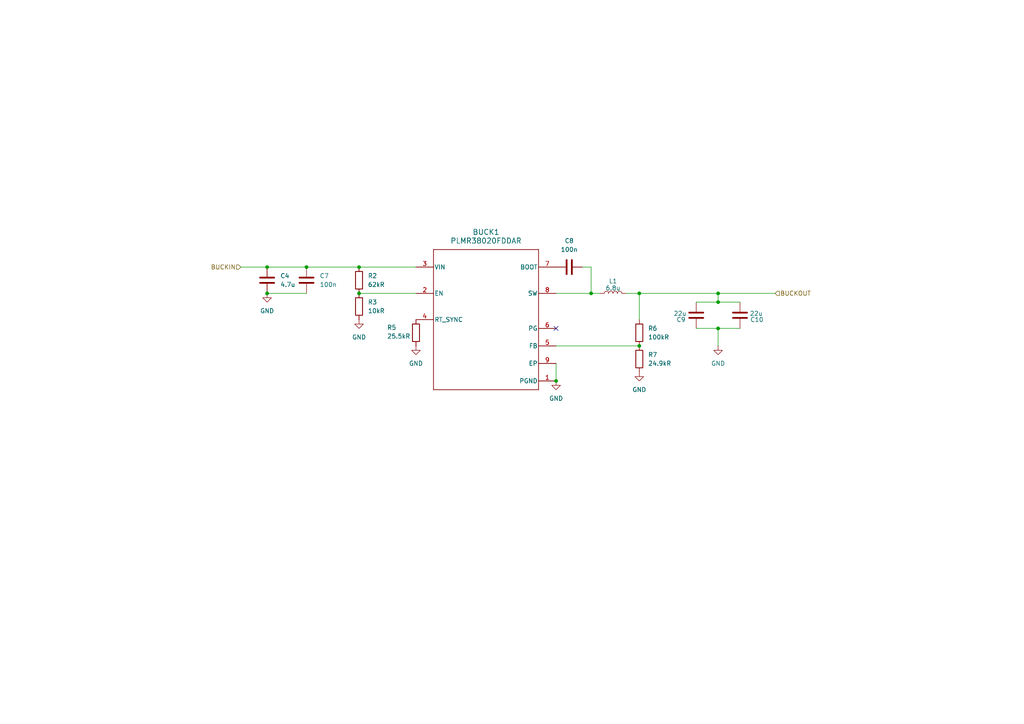
<source format=kicad_sch>
(kicad_sch
	(version 20231120)
	(generator "eeschema")
	(generator_version "8.0")
	(uuid "f42cae02-cbdc-43b6-884f-a365e09c33ae")
	(paper "A4")
	(lib_symbols
		(symbol "Device:C"
			(pin_numbers hide)
			(pin_names
				(offset 0.254)
			)
			(exclude_from_sim no)
			(in_bom yes)
			(on_board yes)
			(property "Reference" "C"
				(at 0.635 2.54 0)
				(effects
					(font
						(size 1.27 1.27)
					)
					(justify left)
				)
			)
			(property "Value" "C"
				(at 0.635 -2.54 0)
				(effects
					(font
						(size 1.27 1.27)
					)
					(justify left)
				)
			)
			(property "Footprint" ""
				(at 0.9652 -3.81 0)
				(effects
					(font
						(size 1.27 1.27)
					)
					(hide yes)
				)
			)
			(property "Datasheet" "~"
				(at 0 0 0)
				(effects
					(font
						(size 1.27 1.27)
					)
					(hide yes)
				)
			)
			(property "Description" "Unpolarized capacitor"
				(at 0 0 0)
				(effects
					(font
						(size 1.27 1.27)
					)
					(hide yes)
				)
			)
			(property "ki_keywords" "cap capacitor"
				(at 0 0 0)
				(effects
					(font
						(size 1.27 1.27)
					)
					(hide yes)
				)
			)
			(property "ki_fp_filters" "C_*"
				(at 0 0 0)
				(effects
					(font
						(size 1.27 1.27)
					)
					(hide yes)
				)
			)
			(symbol "C_0_1"
				(polyline
					(pts
						(xy -2.032 -0.762) (xy 2.032 -0.762)
					)
					(stroke
						(width 0.508)
						(type default)
					)
					(fill
						(type none)
					)
				)
				(polyline
					(pts
						(xy -2.032 0.762) (xy 2.032 0.762)
					)
					(stroke
						(width 0.508)
						(type default)
					)
					(fill
						(type none)
					)
				)
			)
			(symbol "C_1_1"
				(pin passive line
					(at 0 3.81 270)
					(length 2.794)
					(name "~"
						(effects
							(font
								(size 1.27 1.27)
							)
						)
					)
					(number "1"
						(effects
							(font
								(size 1.27 1.27)
							)
						)
					)
				)
				(pin passive line
					(at 0 -3.81 90)
					(length 2.794)
					(name "~"
						(effects
							(font
								(size 1.27 1.27)
							)
						)
					)
					(number "2"
						(effects
							(font
								(size 1.27 1.27)
							)
						)
					)
				)
			)
		)
		(symbol "Device:L"
			(pin_numbers hide)
			(pin_names
				(offset 1.016) hide)
			(exclude_from_sim no)
			(in_bom yes)
			(on_board yes)
			(property "Reference" "L"
				(at -1.27 0 90)
				(effects
					(font
						(size 1.27 1.27)
					)
				)
			)
			(property "Value" "L"
				(at 1.905 0 90)
				(effects
					(font
						(size 1.27 1.27)
					)
				)
			)
			(property "Footprint" ""
				(at 0 0 0)
				(effects
					(font
						(size 1.27 1.27)
					)
					(hide yes)
				)
			)
			(property "Datasheet" "~"
				(at 0 0 0)
				(effects
					(font
						(size 1.27 1.27)
					)
					(hide yes)
				)
			)
			(property "Description" "Inductor"
				(at 0 0 0)
				(effects
					(font
						(size 1.27 1.27)
					)
					(hide yes)
				)
			)
			(property "ki_keywords" "inductor choke coil reactor magnetic"
				(at 0 0 0)
				(effects
					(font
						(size 1.27 1.27)
					)
					(hide yes)
				)
			)
			(property "ki_fp_filters" "Choke_* *Coil* Inductor_* L_*"
				(at 0 0 0)
				(effects
					(font
						(size 1.27 1.27)
					)
					(hide yes)
				)
			)
			(symbol "L_0_1"
				(arc
					(start 0 -2.54)
					(mid 0.6323 -1.905)
					(end 0 -1.27)
					(stroke
						(width 0)
						(type default)
					)
					(fill
						(type none)
					)
				)
				(arc
					(start 0 -1.27)
					(mid 0.6323 -0.635)
					(end 0 0)
					(stroke
						(width 0)
						(type default)
					)
					(fill
						(type none)
					)
				)
				(arc
					(start 0 0)
					(mid 0.6323 0.635)
					(end 0 1.27)
					(stroke
						(width 0)
						(type default)
					)
					(fill
						(type none)
					)
				)
				(arc
					(start 0 1.27)
					(mid 0.6323 1.905)
					(end 0 2.54)
					(stroke
						(width 0)
						(type default)
					)
					(fill
						(type none)
					)
				)
			)
			(symbol "L_1_1"
				(pin passive line
					(at 0 3.81 270)
					(length 1.27)
					(name "1"
						(effects
							(font
								(size 1.27 1.27)
							)
						)
					)
					(number "1"
						(effects
							(font
								(size 1.27 1.27)
							)
						)
					)
				)
				(pin passive line
					(at 0 -3.81 90)
					(length 1.27)
					(name "2"
						(effects
							(font
								(size 1.27 1.27)
							)
						)
					)
					(number "2"
						(effects
							(font
								(size 1.27 1.27)
							)
						)
					)
				)
			)
		)
		(symbol "Device:R"
			(pin_numbers hide)
			(pin_names
				(offset 0)
			)
			(exclude_from_sim no)
			(in_bom yes)
			(on_board yes)
			(property "Reference" "R"
				(at 2.032 0 90)
				(effects
					(font
						(size 1.27 1.27)
					)
				)
			)
			(property "Value" "R"
				(at 0 0 90)
				(effects
					(font
						(size 1.27 1.27)
					)
				)
			)
			(property "Footprint" ""
				(at -1.778 0 90)
				(effects
					(font
						(size 1.27 1.27)
					)
					(hide yes)
				)
			)
			(property "Datasheet" "~"
				(at 0 0 0)
				(effects
					(font
						(size 1.27 1.27)
					)
					(hide yes)
				)
			)
			(property "Description" "Resistor"
				(at 0 0 0)
				(effects
					(font
						(size 1.27 1.27)
					)
					(hide yes)
				)
			)
			(property "ki_keywords" "R res resistor"
				(at 0 0 0)
				(effects
					(font
						(size 1.27 1.27)
					)
					(hide yes)
				)
			)
			(property "ki_fp_filters" "R_*"
				(at 0 0 0)
				(effects
					(font
						(size 1.27 1.27)
					)
					(hide yes)
				)
			)
			(symbol "R_0_1"
				(rectangle
					(start -1.016 -2.54)
					(end 1.016 2.54)
					(stroke
						(width 0.254)
						(type default)
					)
					(fill
						(type none)
					)
				)
			)
			(symbol "R_1_1"
				(pin passive line
					(at 0 3.81 270)
					(length 1.27)
					(name "~"
						(effects
							(font
								(size 1.27 1.27)
							)
						)
					)
					(number "1"
						(effects
							(font
								(size 1.27 1.27)
							)
						)
					)
				)
				(pin passive line
					(at 0 -3.81 90)
					(length 1.27)
					(name "~"
						(effects
							(font
								(size 1.27 1.27)
							)
						)
					)
					(number "2"
						(effects
							(font
								(size 1.27 1.27)
							)
						)
					)
				)
			)
		)
		(symbol "LMR38020:PLMR38020FDDAR"
			(pin_names
				(offset 0.254)
			)
			(exclude_from_sim no)
			(in_bom yes)
			(on_board yes)
			(property "Reference" "U"
				(at 0 2.54 0)
				(effects
					(font
						(size 1.524 1.524)
					)
				)
			)
			(property "Value" "PLMR38020FDDAR"
				(at 0 0 0)
				(effects
					(font
						(size 1.524 1.524)
					)
				)
			)
			(property "Footprint" "LMR38020:LMR38020"
				(at 0 0 0)
				(effects
					(font
						(size 1.27 1.27)
						(italic yes)
					)
					(hide yes)
				)
			)
			(property "Datasheet" "PLMR38020FDDAR"
				(at 0 0 0)
				(effects
					(font
						(size 1.27 1.27)
						(italic yes)
					)
					(hide yes)
				)
			)
			(property "Description" ""
				(at 0 0 0)
				(effects
					(font
						(size 1.27 1.27)
					)
					(hide yes)
				)
			)
			(property "ki_keywords" "PLMR38020FDDAR"
				(at 0 0 0)
				(effects
					(font
						(size 1.27 1.27)
					)
					(hide yes)
				)
			)
			(property "ki_fp_filters" "DDA0008E-IPC_A DDA0008E-IPC_B DDA0008E-IPC_C DDA0008E-MFG"
				(at 0 0 0)
				(effects
					(font
						(size 1.27 1.27)
					)
					(hide yes)
				)
			)
			(symbol "PLMR38020FDDAR_0_1"
				(polyline
					(pts
						(xy 5.08 -35.56) (xy 35.56 -35.56)
					)
					(stroke
						(width 0.2032)
						(type default)
					)
					(fill
						(type none)
					)
				)
				(polyline
					(pts
						(xy 5.08 5.08) (xy 5.08 -35.56)
					)
					(stroke
						(width 0.2032)
						(type default)
					)
					(fill
						(type none)
					)
				)
				(polyline
					(pts
						(xy 35.56 -35.56) (xy 35.56 5.08)
					)
					(stroke
						(width 0.2032)
						(type default)
					)
					(fill
						(type none)
					)
				)
				(polyline
					(pts
						(xy 35.56 5.08) (xy 5.08 5.08)
					)
					(stroke
						(width 0.2032)
						(type default)
					)
					(fill
						(type none)
					)
				)
				(pin power_in line
					(at 40.64 -33.02 180)
					(length 5.08)
					(name "PGND"
						(effects
							(font
								(size 1.27 1.27)
							)
						)
					)
					(number "1"
						(effects
							(font
								(size 1.27 1.27)
							)
						)
					)
				)
				(pin input line
					(at 0 -7.62 0)
					(length 5.08)
					(name "EN"
						(effects
							(font
								(size 1.27 1.27)
							)
						)
					)
					(number "2"
						(effects
							(font
								(size 1.27 1.27)
							)
						)
					)
				)
				(pin power_in line
					(at 0 0 0)
					(length 5.08)
					(name "VIN"
						(effects
							(font
								(size 1.27 1.27)
							)
						)
					)
					(number "3"
						(effects
							(font
								(size 1.27 1.27)
							)
						)
					)
				)
				(pin unspecified line
					(at 0 -15.24 0)
					(length 5.08)
					(name "RT_SYNC"
						(effects
							(font
								(size 1.27 1.27)
							)
						)
					)
					(number "4"
						(effects
							(font
								(size 1.27 1.27)
							)
						)
					)
				)
				(pin unspecified line
					(at 40.64 -22.86 180)
					(length 5.08)
					(name "FB"
						(effects
							(font
								(size 1.27 1.27)
							)
						)
					)
					(number "5"
						(effects
							(font
								(size 1.27 1.27)
							)
						)
					)
				)
				(pin open_collector line
					(at 40.64 -17.78 180)
					(length 5.08)
					(name "PG"
						(effects
							(font
								(size 1.27 1.27)
							)
						)
					)
					(number "6"
						(effects
							(font
								(size 1.27 1.27)
							)
						)
					)
				)
				(pin unspecified line
					(at 40.64 0 180)
					(length 5.08)
					(name "BOOT"
						(effects
							(font
								(size 1.27 1.27)
							)
						)
					)
					(number "7"
						(effects
							(font
								(size 1.27 1.27)
							)
						)
					)
				)
				(pin unspecified line
					(at 40.64 -7.62 180)
					(length 5.08)
					(name "SW"
						(effects
							(font
								(size 1.27 1.27)
							)
						)
					)
					(number "8"
						(effects
							(font
								(size 1.27 1.27)
							)
						)
					)
				)
				(pin unspecified line
					(at 40.64 -27.94 180)
					(length 5.08)
					(name "EP"
						(effects
							(font
								(size 1.27 1.27)
							)
						)
					)
					(number "9"
						(effects
							(font
								(size 1.27 1.27)
							)
						)
					)
				)
			)
		)
		(symbol "power:GND"
			(power)
			(pin_numbers hide)
			(pin_names
				(offset 0) hide)
			(exclude_from_sim no)
			(in_bom yes)
			(on_board yes)
			(property "Reference" "#PWR"
				(at 0 -6.35 0)
				(effects
					(font
						(size 1.27 1.27)
					)
					(hide yes)
				)
			)
			(property "Value" "GND"
				(at 0 -3.81 0)
				(effects
					(font
						(size 1.27 1.27)
					)
				)
			)
			(property "Footprint" ""
				(at 0 0 0)
				(effects
					(font
						(size 1.27 1.27)
					)
					(hide yes)
				)
			)
			(property "Datasheet" ""
				(at 0 0 0)
				(effects
					(font
						(size 1.27 1.27)
					)
					(hide yes)
				)
			)
			(property "Description" "Power symbol creates a global label with name \"GND\" , ground"
				(at 0 0 0)
				(effects
					(font
						(size 1.27 1.27)
					)
					(hide yes)
				)
			)
			(property "ki_keywords" "global power"
				(at 0 0 0)
				(effects
					(font
						(size 1.27 1.27)
					)
					(hide yes)
				)
			)
			(symbol "GND_0_1"
				(polyline
					(pts
						(xy 0 0) (xy 0 -1.27) (xy 1.27 -1.27) (xy 0 -2.54) (xy -1.27 -1.27) (xy 0 -1.27)
					)
					(stroke
						(width 0)
						(type default)
					)
					(fill
						(type none)
					)
				)
			)
			(symbol "GND_1_1"
				(pin power_in line
					(at 0 0 270)
					(length 0)
					(name "~"
						(effects
							(font
								(size 1.27 1.27)
							)
						)
					)
					(number "1"
						(effects
							(font
								(size 1.27 1.27)
							)
						)
					)
				)
			)
		)
	)
	(junction
		(at 171.45 85.09)
		(diameter 0)
		(color 0 0 0 0)
		(uuid "12244384-c80a-44b1-bc1e-edf6827fbef6")
	)
	(junction
		(at 185.42 100.33)
		(diameter 0)
		(color 0 0 0 0)
		(uuid "23037189-bab7-42d5-b70a-9f1fbf3e9908")
	)
	(junction
		(at 208.28 85.09)
		(diameter 0)
		(color 0 0 0 0)
		(uuid "2585c1f6-429a-4b43-8fba-50c8c2350566")
	)
	(junction
		(at 88.9 77.47)
		(diameter 0)
		(color 0 0 0 0)
		(uuid "26cf5d6c-1ee2-426a-b38a-5cc2709a5511")
	)
	(junction
		(at 185.42 85.09)
		(diameter 0)
		(color 0 0 0 0)
		(uuid "8e9cf4ac-306b-4acf-8b37-d8ad8636fccb")
	)
	(junction
		(at 77.47 77.47)
		(diameter 0)
		(color 0 0 0 0)
		(uuid "9e948259-c6d9-4e35-96e9-9168c743b237")
	)
	(junction
		(at 104.14 85.09)
		(diameter 0)
		(color 0 0 0 0)
		(uuid "a04f6711-a432-4150-8c2c-10d491a11d7b")
	)
	(junction
		(at 77.47 85.09)
		(diameter 0)
		(color 0 0 0 0)
		(uuid "a078a2f5-93ba-4229-999f-d795a1c34251")
	)
	(junction
		(at 208.28 87.63)
		(diameter 0)
		(color 0 0 0 0)
		(uuid "bab6ca38-8c1a-43de-a66e-30f3184522e0")
	)
	(junction
		(at 161.29 110.49)
		(diameter 0)
		(color 0 0 0 0)
		(uuid "c7f14969-72f6-4048-801e-df96c3a43bf8")
	)
	(junction
		(at 104.14 77.47)
		(diameter 0)
		(color 0 0 0 0)
		(uuid "cc0e95d0-9118-4648-bcae-7372a974e8e2")
	)
	(junction
		(at 208.28 95.25)
		(diameter 0)
		(color 0 0 0 0)
		(uuid "e18f58be-6269-4541-af74-d49188732381")
	)
	(no_connect
		(at 161.29 95.25)
		(uuid "7e9c3591-0c6b-415e-872d-2fdae0bbefd8")
	)
	(wire
		(pts
			(xy 181.61 85.09) (xy 185.42 85.09)
		)
		(stroke
			(width 0)
			(type default)
		)
		(uuid "0314460b-bbd3-4bf7-8380-ef09a4f8b81e")
	)
	(wire
		(pts
			(xy 161.29 105.41) (xy 161.29 110.49)
		)
		(stroke
			(width 0)
			(type default)
		)
		(uuid "0c9178b5-ca78-4b74-8083-17761e757f41")
	)
	(wire
		(pts
			(xy 208.28 95.25) (xy 208.28 100.33)
		)
		(stroke
			(width 0)
			(type default)
		)
		(uuid "0cf5bcbe-6420-4f50-9bc7-30620475a46a")
	)
	(wire
		(pts
			(xy 104.14 77.47) (xy 120.65 77.47)
		)
		(stroke
			(width 0)
			(type default)
		)
		(uuid "232c9e4d-b4e5-4f20-a475-028c2d3175a8")
	)
	(wire
		(pts
			(xy 185.42 85.09) (xy 185.42 92.71)
		)
		(stroke
			(width 0)
			(type default)
		)
		(uuid "3647759a-76aa-4e53-a49e-018cc2639ee0")
	)
	(wire
		(pts
			(xy 161.29 100.33) (xy 185.42 100.33)
		)
		(stroke
			(width 0)
			(type default)
		)
		(uuid "48d69bbd-25d1-4796-8792-faecfe7ef701")
	)
	(wire
		(pts
			(xy 171.45 85.09) (xy 161.29 85.09)
		)
		(stroke
			(width 0)
			(type default)
		)
		(uuid "4936edd6-e1da-4138-b74c-09c021d264f2")
	)
	(wire
		(pts
			(xy 77.47 85.09) (xy 88.9 85.09)
		)
		(stroke
			(width 0)
			(type default)
		)
		(uuid "6421f9bd-2a38-42ed-b7ab-961d2e2157e5")
	)
	(wire
		(pts
			(xy 208.28 85.09) (xy 224.79 85.09)
		)
		(stroke
			(width 0)
			(type default)
		)
		(uuid "657420af-3ced-4706-8bc2-5017aa58b25d")
	)
	(wire
		(pts
			(xy 104.14 85.09) (xy 120.65 85.09)
		)
		(stroke
			(width 0)
			(type default)
		)
		(uuid "660d1f45-fa73-43c3-9058-ad6c2753facf")
	)
	(wire
		(pts
			(xy 104.14 77.47) (xy 88.9 77.47)
		)
		(stroke
			(width 0)
			(type default)
		)
		(uuid "7a107b1f-36d5-4327-8688-c387ad104a5b")
	)
	(wire
		(pts
			(xy 185.42 85.09) (xy 208.28 85.09)
		)
		(stroke
			(width 0)
			(type default)
		)
		(uuid "82f3b981-bb60-4eb2-b3db-508a74a86798")
	)
	(wire
		(pts
			(xy 69.85 77.47) (xy 77.47 77.47)
		)
		(stroke
			(width 0)
			(type default)
		)
		(uuid "90b40540-af3c-4696-86bb-a5a739374d87")
	)
	(wire
		(pts
			(xy 171.45 77.47) (xy 168.91 77.47)
		)
		(stroke
			(width 0)
			(type default)
		)
		(uuid "9c2d947f-aa95-42d2-9728-35dd93d44e14")
	)
	(wire
		(pts
			(xy 201.93 95.25) (xy 208.28 95.25)
		)
		(stroke
			(width 0)
			(type default)
		)
		(uuid "ced0232d-c476-49b7-9205-998c21aa1e23")
	)
	(wire
		(pts
			(xy 208.28 95.25) (xy 214.63 95.25)
		)
		(stroke
			(width 0)
			(type default)
		)
		(uuid "d48eae75-b9eb-4c0c-a290-11485af68b7c")
	)
	(wire
		(pts
			(xy 173.99 85.09) (xy 171.45 85.09)
		)
		(stroke
			(width 0)
			(type default)
		)
		(uuid "ddee6fd8-c153-40c7-9ae5-b415146e45eb")
	)
	(wire
		(pts
			(xy 208.28 85.09) (xy 208.28 87.63)
		)
		(stroke
			(width 0)
			(type default)
		)
		(uuid "e77d3fb6-6813-4a06-b030-8e948c8e5d93")
	)
	(wire
		(pts
			(xy 171.45 77.47) (xy 171.45 85.09)
		)
		(stroke
			(width 0)
			(type default)
		)
		(uuid "ef23fd3c-cfb1-431a-9327-dca2089a6df0")
	)
	(wire
		(pts
			(xy 77.47 77.47) (xy 88.9 77.47)
		)
		(stroke
			(width 0)
			(type default)
		)
		(uuid "f13dbdbf-652c-4253-958f-a08ec392f90f")
	)
	(wire
		(pts
			(xy 208.28 87.63) (xy 214.63 87.63)
		)
		(stroke
			(width 0)
			(type default)
		)
		(uuid "f93fc233-2c53-4c02-a952-2a65f3015802")
	)
	(wire
		(pts
			(xy 201.93 87.63) (xy 208.28 87.63)
		)
		(stroke
			(width 0)
			(type default)
		)
		(uuid "fe6320f2-a979-4424-943b-7d9c8c7f44e3")
	)
	(hierarchical_label "BUCKIN"
		(shape input)
		(at 69.85 77.47 180)
		(fields_autoplaced yes)
		(effects
			(font
				(size 1.27 1.27)
			)
			(justify right)
		)
		(uuid "7798ac0b-41cc-46d6-a752-dae4ba49ea13")
	)
	(hierarchical_label "BUCKOUT"
		(shape input)
		(at 224.79 85.09 0)
		(fields_autoplaced yes)
		(effects
			(font
				(size 1.27 1.27)
			)
			(justify left)
		)
		(uuid "945f6170-fc31-4b48-829d-6f4f3b895ab8")
	)
	(symbol
		(lib_id "power:GND")
		(at 208.28 100.33 0)
		(unit 1)
		(exclude_from_sim no)
		(in_bom yes)
		(on_board yes)
		(dnp no)
		(fields_autoplaced yes)
		(uuid "190b6ad0-591f-47be-9b80-a17057fcd3b3")
		(property "Reference" "#PWR046"
			(at 208.28 106.68 0)
			(effects
				(font
					(size 1.27 1.27)
				)
				(hide yes)
			)
		)
		(property "Value" "GND"
			(at 208.28 105.41 0)
			(effects
				(font
					(size 1.27 1.27)
				)
			)
		)
		(property "Footprint" ""
			(at 208.28 100.33 0)
			(effects
				(font
					(size 1.27 1.27)
				)
				(hide yes)
			)
		)
		(property "Datasheet" ""
			(at 208.28 100.33 0)
			(effects
				(font
					(size 1.27 1.27)
				)
				(hide yes)
			)
		)
		(property "Description" "Power symbol creates a global label with name \"GND\" , ground"
			(at 208.28 100.33 0)
			(effects
				(font
					(size 1.27 1.27)
				)
				(hide yes)
			)
		)
		(pin "1"
			(uuid "835d3d1d-97c3-43b3-bea7-8506f470c1fe")
		)
		(instances
			(project "PCB_CDFR"
				(path "/3c3cb7cd-e8cc-430c-ac5b-45b76eff6266/cb3bb705-7f4c-494f-95ba-ebbec583a1ba"
					(reference "#PWR046")
					(unit 1)
				)
			)
		)
	)
	(symbol
		(lib_id "power:GND")
		(at 185.42 107.95 0)
		(unit 1)
		(exclude_from_sim no)
		(in_bom yes)
		(on_board yes)
		(dnp no)
		(fields_autoplaced yes)
		(uuid "20b5e3f5-bb9a-4314-8721-02ef3df7b804")
		(property "Reference" "#PWR045"
			(at 185.42 114.3 0)
			(effects
				(font
					(size 1.27 1.27)
				)
				(hide yes)
			)
		)
		(property "Value" "GND"
			(at 185.42 113.03 0)
			(effects
				(font
					(size 1.27 1.27)
				)
			)
		)
		(property "Footprint" ""
			(at 185.42 107.95 0)
			(effects
				(font
					(size 1.27 1.27)
				)
				(hide yes)
			)
		)
		(property "Datasheet" ""
			(at 185.42 107.95 0)
			(effects
				(font
					(size 1.27 1.27)
				)
				(hide yes)
			)
		)
		(property "Description" "Power symbol creates a global label with name \"GND\" , ground"
			(at 185.42 107.95 0)
			(effects
				(font
					(size 1.27 1.27)
				)
				(hide yes)
			)
		)
		(pin "1"
			(uuid "8461ce13-f30e-484c-9f1a-e35ad973fbf2")
		)
		(instances
			(project "PCB_CDFR"
				(path "/3c3cb7cd-e8cc-430c-ac5b-45b76eff6266/cb3bb705-7f4c-494f-95ba-ebbec583a1ba"
					(reference "#PWR045")
					(unit 1)
				)
			)
		)
	)
	(symbol
		(lib_id "power:GND")
		(at 120.65 100.33 0)
		(unit 1)
		(exclude_from_sim no)
		(in_bom yes)
		(on_board yes)
		(dnp no)
		(fields_autoplaced yes)
		(uuid "4552e6b0-3452-4cf3-9fda-aca05ee831a3")
		(property "Reference" "#PWR043"
			(at 120.65 106.68 0)
			(effects
				(font
					(size 1.27 1.27)
				)
				(hide yes)
			)
		)
		(property "Value" "GND"
			(at 120.65 105.41 0)
			(effects
				(font
					(size 1.27 1.27)
				)
			)
		)
		(property "Footprint" ""
			(at 120.65 100.33 0)
			(effects
				(font
					(size 1.27 1.27)
				)
				(hide yes)
			)
		)
		(property "Datasheet" ""
			(at 120.65 100.33 0)
			(effects
				(font
					(size 1.27 1.27)
				)
				(hide yes)
			)
		)
		(property "Description" "Power symbol creates a global label with name \"GND\" , ground"
			(at 120.65 100.33 0)
			(effects
				(font
					(size 1.27 1.27)
				)
				(hide yes)
			)
		)
		(pin "1"
			(uuid "4b44d5cc-dec5-4e14-ba13-93ba9755b9e5")
		)
		(instances
			(project "PCB_CDFR"
				(path "/3c3cb7cd-e8cc-430c-ac5b-45b76eff6266/cb3bb705-7f4c-494f-95ba-ebbec583a1ba"
					(reference "#PWR043")
					(unit 1)
				)
			)
		)
	)
	(symbol
		(lib_id "Device:L")
		(at 177.8 85.09 90)
		(unit 1)
		(exclude_from_sim no)
		(in_bom yes)
		(on_board yes)
		(dnp no)
		(uuid "558755d4-5ea8-4338-9559-b1ed19fa42db")
		(property "Reference" "L1"
			(at 177.8 81.534 90)
			(effects
				(font
					(size 1.27 1.27)
				)
			)
		)
		(property "Value" "6.8u"
			(at 177.8 83.566 90)
			(effects
				(font
					(size 1.27 1.27)
				)
			)
		)
		(property "Footprint" "Inductor_SMD:L_TDK_VLS6045EX_VLS6045AF"
			(at 177.8 85.09 0)
			(effects
				(font
					(size 1.27 1.27)
				)
				(hide yes)
			)
		)
		(property "Datasheet" "~"
			(at 177.8 85.09 0)
			(effects
				(font
					(size 1.27 1.27)
				)
				(hide yes)
			)
		)
		(property "Description" "Inductor"
			(at 177.8 85.09 0)
			(effects
				(font
					(size 1.27 1.27)
				)
				(hide yes)
			)
		)
		(pin "2"
			(uuid "7ded7c47-da10-4eb6-a64a-b65dfe6d702b")
		)
		(pin "1"
			(uuid "9a7e1751-fc84-4aed-8c69-4a57848dd5cb")
		)
		(instances
			(project "PCB_CDFR"
				(path "/3c3cb7cd-e8cc-430c-ac5b-45b76eff6266/cb3bb705-7f4c-494f-95ba-ebbec583a1ba"
					(reference "L1")
					(unit 1)
				)
			)
		)
	)
	(symbol
		(lib_id "Device:R")
		(at 120.65 96.52 0)
		(unit 1)
		(exclude_from_sim no)
		(in_bom yes)
		(on_board yes)
		(dnp no)
		(uuid "58bc4d75-bac0-4be8-8909-74e86d284b6c")
		(property "Reference" "R5"
			(at 112.268 94.996 0)
			(effects
				(font
					(size 1.27 1.27)
				)
				(justify left)
			)
		)
		(property "Value" "25.5kR"
			(at 112.268 97.536 0)
			(effects
				(font
					(size 1.27 1.27)
				)
				(justify left)
			)
		)
		(property "Footprint" "Resistor_SMD:R_0805_2012Metric_Pad1.20x1.40mm_HandSolder"
			(at 118.872 96.52 90)
			(effects
				(font
					(size 1.27 1.27)
				)
				(hide yes)
			)
		)
		(property "Datasheet" "~"
			(at 120.65 96.52 0)
			(effects
				(font
					(size 1.27 1.27)
				)
				(hide yes)
			)
		)
		(property "Description" "Resistor"
			(at 120.65 96.52 0)
			(effects
				(font
					(size 1.27 1.27)
				)
				(hide yes)
			)
		)
		(pin "1"
			(uuid "12d42c22-e59f-44ba-aa6d-8cda23970789")
		)
		(pin "2"
			(uuid "c55b50ae-55a7-4b65-835e-edff7331749d")
		)
		(instances
			(project "PCB_CDFR"
				(path "/3c3cb7cd-e8cc-430c-ac5b-45b76eff6266/cb3bb705-7f4c-494f-95ba-ebbec583a1ba"
					(reference "R5")
					(unit 1)
				)
			)
		)
	)
	(symbol
		(lib_id "power:GND")
		(at 77.47 85.09 0)
		(unit 1)
		(exclude_from_sim no)
		(in_bom yes)
		(on_board yes)
		(dnp no)
		(fields_autoplaced yes)
		(uuid "7da0d341-d9d9-42d8-bfd9-046690d03843")
		(property "Reference" "#PWR042"
			(at 77.47 91.44 0)
			(effects
				(font
					(size 1.27 1.27)
				)
				(hide yes)
			)
		)
		(property "Value" "GND"
			(at 77.47 90.17 0)
			(effects
				(font
					(size 1.27 1.27)
				)
			)
		)
		(property "Footprint" ""
			(at 77.47 85.09 0)
			(effects
				(font
					(size 1.27 1.27)
				)
				(hide yes)
			)
		)
		(property "Datasheet" ""
			(at 77.47 85.09 0)
			(effects
				(font
					(size 1.27 1.27)
				)
				(hide yes)
			)
		)
		(property "Description" "Power symbol creates a global label with name \"GND\" , ground"
			(at 77.47 85.09 0)
			(effects
				(font
					(size 1.27 1.27)
				)
				(hide yes)
			)
		)
		(pin "1"
			(uuid "7d0cfa89-183c-4524-a6a4-d4f8ff91daa3")
		)
		(instances
			(project "PCB_CDFR"
				(path "/3c3cb7cd-e8cc-430c-ac5b-45b76eff6266/cb3bb705-7f4c-494f-95ba-ebbec583a1ba"
					(reference "#PWR042")
					(unit 1)
				)
			)
		)
	)
	(symbol
		(lib_id "Device:R")
		(at 185.42 96.52 180)
		(unit 1)
		(exclude_from_sim no)
		(in_bom yes)
		(on_board yes)
		(dnp no)
		(fields_autoplaced yes)
		(uuid "7db451eb-c23b-446f-9202-d7b5636cd186")
		(property "Reference" "R6"
			(at 187.96 95.2499 0)
			(effects
				(font
					(size 1.27 1.27)
				)
				(justify right)
			)
		)
		(property "Value" "100kR"
			(at 187.96 97.7899 0)
			(effects
				(font
					(size 1.27 1.27)
				)
				(justify right)
			)
		)
		(property "Footprint" "Resistor_SMD:R_0805_2012Metric_Pad1.20x1.40mm_HandSolder"
			(at 187.198 96.52 90)
			(effects
				(font
					(size 1.27 1.27)
				)
				(hide yes)
			)
		)
		(property "Datasheet" "~"
			(at 185.42 96.52 0)
			(effects
				(font
					(size 1.27 1.27)
				)
				(hide yes)
			)
		)
		(property "Description" "Resistor"
			(at 185.42 96.52 0)
			(effects
				(font
					(size 1.27 1.27)
				)
				(hide yes)
			)
		)
		(pin "1"
			(uuid "3b5237f6-2044-44be-9c6a-1e81739332e8")
		)
		(pin "2"
			(uuid "a73aed32-5af9-4979-a89a-f4843ce47015")
		)
		(instances
			(project "PCB_CDFR"
				(path "/3c3cb7cd-e8cc-430c-ac5b-45b76eff6266/cb3bb705-7f4c-494f-95ba-ebbec583a1ba"
					(reference "R6")
					(unit 1)
				)
			)
		)
	)
	(symbol
		(lib_id "Device:C")
		(at 77.47 81.28 0)
		(unit 1)
		(exclude_from_sim no)
		(in_bom yes)
		(on_board yes)
		(dnp no)
		(fields_autoplaced yes)
		(uuid "7fe665fa-1396-4332-b450-38b8592eafe2")
		(property "Reference" "C4"
			(at 81.28 80.0099 0)
			(effects
				(font
					(size 1.27 1.27)
				)
				(justify left)
			)
		)
		(property "Value" "4.7u"
			(at 81.28 82.5499 0)
			(effects
				(font
					(size 1.27 1.27)
				)
				(justify left)
			)
		)
		(property "Footprint" "Capacitor_SMD:C_0805_2012Metric_Pad1.18x1.45mm_HandSolder"
			(at 78.4352 85.09 0)
			(effects
				(font
					(size 1.27 1.27)
				)
				(hide yes)
			)
		)
		(property "Datasheet" "~"
			(at 77.47 81.28 0)
			(effects
				(font
					(size 1.27 1.27)
				)
				(hide yes)
			)
		)
		(property "Description" "Unpolarized capacitor"
			(at 77.47 81.28 0)
			(effects
				(font
					(size 1.27 1.27)
				)
				(hide yes)
			)
		)
		(pin "2"
			(uuid "5e3f81f2-629f-49dd-a1f3-15cd0e59ac0e")
		)
		(pin "1"
			(uuid "18a2ae90-1d61-4e01-a343-956e5240e8b5")
		)
		(instances
			(project "PCB_CDFR"
				(path "/3c3cb7cd-e8cc-430c-ac5b-45b76eff6266/cb3bb705-7f4c-494f-95ba-ebbec583a1ba"
					(reference "C4")
					(unit 1)
				)
			)
		)
	)
	(symbol
		(lib_id "Device:C")
		(at 214.63 91.44 0)
		(unit 1)
		(exclude_from_sim no)
		(in_bom yes)
		(on_board yes)
		(dnp no)
		(uuid "93439829-d3d9-4425-afe6-5944fc576b2d")
		(property "Reference" "C10"
			(at 221.488 92.71 0)
			(effects
				(font
					(size 1.27 1.27)
				)
				(justify right)
			)
		)
		(property "Value" "22u"
			(at 221.234 90.932 0)
			(effects
				(font
					(size 1.27 1.27)
				)
				(justify right)
			)
		)
		(property "Footprint" "Capacitor_SMD:C_0805_2012Metric_Pad1.18x1.45mm_HandSolder"
			(at 215.5952 95.25 0)
			(effects
				(font
					(size 1.27 1.27)
				)
				(hide yes)
			)
		)
		(property "Datasheet" "~"
			(at 214.63 91.44 0)
			(effects
				(font
					(size 1.27 1.27)
				)
				(hide yes)
			)
		)
		(property "Description" "Unpolarized capacitor"
			(at 214.63 91.44 0)
			(effects
				(font
					(size 1.27 1.27)
				)
				(hide yes)
			)
		)
		(pin "2"
			(uuid "5efe9c37-760d-4bcf-95dd-de358396f8f8")
		)
		(pin "1"
			(uuid "ef29fecb-6995-41de-97ef-65ba925919df")
		)
		(instances
			(project "PCB_CDFR"
				(path "/3c3cb7cd-e8cc-430c-ac5b-45b76eff6266/cb3bb705-7f4c-494f-95ba-ebbec583a1ba"
					(reference "C10")
					(unit 1)
				)
			)
		)
	)
	(symbol
		(lib_id "power:GND")
		(at 161.29 110.49 0)
		(unit 1)
		(exclude_from_sim no)
		(in_bom yes)
		(on_board yes)
		(dnp no)
		(fields_autoplaced yes)
		(uuid "a5f324cf-9604-4f2b-96fc-772858783344")
		(property "Reference" "#PWR044"
			(at 161.29 116.84 0)
			(effects
				(font
					(size 1.27 1.27)
				)
				(hide yes)
			)
		)
		(property "Value" "GND"
			(at 161.29 115.57 0)
			(effects
				(font
					(size 1.27 1.27)
				)
			)
		)
		(property "Footprint" ""
			(at 161.29 110.49 0)
			(effects
				(font
					(size 1.27 1.27)
				)
				(hide yes)
			)
		)
		(property "Datasheet" ""
			(at 161.29 110.49 0)
			(effects
				(font
					(size 1.27 1.27)
				)
				(hide yes)
			)
		)
		(property "Description" "Power symbol creates a global label with name \"GND\" , ground"
			(at 161.29 110.49 0)
			(effects
				(font
					(size 1.27 1.27)
				)
				(hide yes)
			)
		)
		(pin "1"
			(uuid "3e6c31de-725c-4364-9f84-65aaf4061c61")
		)
		(instances
			(project "PCB_CDFR"
				(path "/3c3cb7cd-e8cc-430c-ac5b-45b76eff6266/cb3bb705-7f4c-494f-95ba-ebbec583a1ba"
					(reference "#PWR044")
					(unit 1)
				)
			)
		)
	)
	(symbol
		(lib_id "Device:R")
		(at 104.14 81.28 0)
		(unit 1)
		(exclude_from_sim no)
		(in_bom yes)
		(on_board yes)
		(dnp no)
		(fields_autoplaced yes)
		(uuid "b4f5e481-f086-450f-9e6e-9f1d1c5dfbce")
		(property "Reference" "R2"
			(at 106.68 80.0099 0)
			(effects
				(font
					(size 1.27 1.27)
				)
				(justify left)
			)
		)
		(property "Value" "62kR"
			(at 106.68 82.5499 0)
			(effects
				(font
					(size 1.27 1.27)
				)
				(justify left)
			)
		)
		(property "Footprint" "Resistor_SMD:R_0805_2012Metric_Pad1.20x1.40mm_HandSolder"
			(at 102.362 81.28 90)
			(effects
				(font
					(size 1.27 1.27)
				)
				(hide yes)
			)
		)
		(property "Datasheet" "~"
			(at 104.14 81.28 0)
			(effects
				(font
					(size 1.27 1.27)
				)
				(hide yes)
			)
		)
		(property "Description" "Resistor"
			(at 104.14 81.28 0)
			(effects
				(font
					(size 1.27 1.27)
				)
				(hide yes)
			)
		)
		(pin "1"
			(uuid "acb6dc85-d0fd-482d-bbdb-d6dd550b1183")
		)
		(pin "2"
			(uuid "47397e65-bc9c-4df1-a970-ca6c74914a44")
		)
		(instances
			(project ""
				(path "/3c3cb7cd-e8cc-430c-ac5b-45b76eff6266/cb3bb705-7f4c-494f-95ba-ebbec583a1ba"
					(reference "R2")
					(unit 1)
				)
			)
		)
	)
	(symbol
		(lib_id "Device:C")
		(at 201.93 91.44 0)
		(unit 1)
		(exclude_from_sim no)
		(in_bom yes)
		(on_board yes)
		(dnp no)
		(uuid "c057b75e-0aaf-4349-af22-a4e5627d21f9")
		(property "Reference" "C9"
			(at 198.882 92.71 0)
			(effects
				(font
					(size 1.27 1.27)
				)
				(justify right)
			)
		)
		(property "Value" "22u"
			(at 199.136 90.932 0)
			(effects
				(font
					(size 1.27 1.27)
				)
				(justify right)
			)
		)
		(property "Footprint" "Capacitor_SMD:C_0805_2012Metric_Pad1.18x1.45mm_HandSolder"
			(at 202.8952 95.25 0)
			(effects
				(font
					(size 1.27 1.27)
				)
				(hide yes)
			)
		)
		(property "Datasheet" "~"
			(at 201.93 91.44 0)
			(effects
				(font
					(size 1.27 1.27)
				)
				(hide yes)
			)
		)
		(property "Description" "Unpolarized capacitor"
			(at 201.93 91.44 0)
			(effects
				(font
					(size 1.27 1.27)
				)
				(hide yes)
			)
		)
		(pin "2"
			(uuid "79b7f1c8-e59d-4d94-9f60-d1ede01a131f")
		)
		(pin "1"
			(uuid "1e540bba-5eac-4a2f-91ab-bdbcb36ccb1a")
		)
		(instances
			(project "PCB_CDFR"
				(path "/3c3cb7cd-e8cc-430c-ac5b-45b76eff6266/cb3bb705-7f4c-494f-95ba-ebbec583a1ba"
					(reference "C9")
					(unit 1)
				)
			)
		)
	)
	(symbol
		(lib_id "Device:C")
		(at 88.9 81.28 0)
		(unit 1)
		(exclude_from_sim no)
		(in_bom yes)
		(on_board yes)
		(dnp no)
		(fields_autoplaced yes)
		(uuid "c0656467-424a-42f9-b050-09a44ed5f51d")
		(property "Reference" "C7"
			(at 92.71 80.0099 0)
			(effects
				(font
					(size 1.27 1.27)
				)
				(justify left)
			)
		)
		(property "Value" "100n"
			(at 92.71 82.5499 0)
			(effects
				(font
					(size 1.27 1.27)
				)
				(justify left)
			)
		)
		(property "Footprint" "Capacitor_SMD:C_0805_2012Metric_Pad1.18x1.45mm_HandSolder"
			(at 89.8652 85.09 0)
			(effects
				(font
					(size 1.27 1.27)
				)
				(hide yes)
			)
		)
		(property "Datasheet" "~"
			(at 88.9 81.28 0)
			(effects
				(font
					(size 1.27 1.27)
				)
				(hide yes)
			)
		)
		(property "Description" "Unpolarized capacitor"
			(at 88.9 81.28 0)
			(effects
				(font
					(size 1.27 1.27)
				)
				(hide yes)
			)
		)
		(pin "2"
			(uuid "c8c5167b-cf1e-43cb-8e04-c31726cc6d38")
		)
		(pin "1"
			(uuid "5ce7fcb4-8f4a-46b2-9a22-08e43370635a")
		)
		(instances
			(project "PCB_CDFR"
				(path "/3c3cb7cd-e8cc-430c-ac5b-45b76eff6266/cb3bb705-7f4c-494f-95ba-ebbec583a1ba"
					(reference "C7")
					(unit 1)
				)
			)
		)
	)
	(symbol
		(lib_id "power:GND")
		(at 104.14 92.71 0)
		(unit 1)
		(exclude_from_sim no)
		(in_bom yes)
		(on_board yes)
		(dnp no)
		(fields_autoplaced yes)
		(uuid "cc7e6f70-c1d9-4084-b64e-afd59b5fd1ee")
		(property "Reference" "#PWR066"
			(at 104.14 99.06 0)
			(effects
				(font
					(size 1.27 1.27)
				)
				(hide yes)
			)
		)
		(property "Value" "GND"
			(at 104.14 97.79 0)
			(effects
				(font
					(size 1.27 1.27)
				)
			)
		)
		(property "Footprint" ""
			(at 104.14 92.71 0)
			(effects
				(font
					(size 1.27 1.27)
				)
				(hide yes)
			)
		)
		(property "Datasheet" ""
			(at 104.14 92.71 0)
			(effects
				(font
					(size 1.27 1.27)
				)
				(hide yes)
			)
		)
		(property "Description" "Power symbol creates a global label with name \"GND\" , ground"
			(at 104.14 92.71 0)
			(effects
				(font
					(size 1.27 1.27)
				)
				(hide yes)
			)
		)
		(pin "1"
			(uuid "4a0f27b3-8e7b-4a9e-92c9-a6717feb6106")
		)
		(instances
			(project "PCB_CDFR"
				(path "/3c3cb7cd-e8cc-430c-ac5b-45b76eff6266/cb3bb705-7f4c-494f-95ba-ebbec583a1ba"
					(reference "#PWR066")
					(unit 1)
				)
			)
		)
	)
	(symbol
		(lib_id "LMR38020:PLMR38020FDDAR")
		(at 120.65 77.47 0)
		(unit 1)
		(exclude_from_sim no)
		(in_bom yes)
		(on_board yes)
		(dnp no)
		(fields_autoplaced yes)
		(uuid "d7a76454-0c5e-40ad-bd21-4327e110fa95")
		(property "Reference" "BUCK1"
			(at 140.97 67.31 0)
			(effects
				(font
					(size 1.524 1.524)
				)
			)
		)
		(property "Value" "PLMR38020FDDAR"
			(at 140.97 69.85 0)
			(effects
				(font
					(size 1.524 1.524)
				)
			)
		)
		(property "Footprint" "LMR38020:LMR38020"
			(at 120.65 77.47 0)
			(effects
				(font
					(size 1.27 1.27)
					(italic yes)
				)
				(hide yes)
			)
		)
		(property "Datasheet" "PLMR38020FDDAR"
			(at 120.65 77.47 0)
			(effects
				(font
					(size 1.27 1.27)
					(italic yes)
				)
				(hide yes)
			)
		)
		(property "Description" ""
			(at 120.65 77.47 0)
			(effects
				(font
					(size 1.27 1.27)
				)
				(hide yes)
			)
		)
		(pin "3"
			(uuid "97c09415-cd73-44d3-ab49-63ccd406c1fb")
		)
		(pin "7"
			(uuid "60cb0099-52da-4fae-80b4-ea06a30f8623")
		)
		(pin "6"
			(uuid "68260e3d-b6c5-452e-b70b-ea364c543c6c")
		)
		(pin "4"
			(uuid "7a93af8a-54ab-40e6-bda7-ec3abdfb07af")
		)
		(pin "1"
			(uuid "f291d9fe-084a-4783-8220-80307eb8e5d6")
		)
		(pin "2"
			(uuid "239ebfa0-148f-4ce2-9a0d-021bd7792143")
		)
		(pin "8"
			(uuid "dea31261-c9db-46b1-a0c3-b7e8248872a0")
		)
		(pin "9"
			(uuid "8b8ea968-7094-48c4-b4d7-05b6c5d774ed")
		)
		(pin "5"
			(uuid "356e71d4-07e4-4268-85f2-24cb34936504")
		)
		(instances
			(project "PCB_CDFR"
				(path "/3c3cb7cd-e8cc-430c-ac5b-45b76eff6266/cb3bb705-7f4c-494f-95ba-ebbec583a1ba"
					(reference "BUCK1")
					(unit 1)
				)
			)
		)
	)
	(symbol
		(lib_id "Device:R")
		(at 185.42 104.14 180)
		(unit 1)
		(exclude_from_sim no)
		(in_bom yes)
		(on_board yes)
		(dnp no)
		(fields_autoplaced yes)
		(uuid "e7fb3718-f0a2-45f5-aec3-b651d6fc809a")
		(property "Reference" "R7"
			(at 187.96 102.8699 0)
			(effects
				(font
					(size 1.27 1.27)
				)
				(justify right)
			)
		)
		(property "Value" "24.9kR"
			(at 187.96 105.4099 0)
			(effects
				(font
					(size 1.27 1.27)
				)
				(justify right)
			)
		)
		(property "Footprint" "Resistor_SMD:R_0805_2012Metric_Pad1.20x1.40mm_HandSolder"
			(at 187.198 104.14 90)
			(effects
				(font
					(size 1.27 1.27)
				)
				(hide yes)
			)
		)
		(property "Datasheet" "~"
			(at 185.42 104.14 0)
			(effects
				(font
					(size 1.27 1.27)
				)
				(hide yes)
			)
		)
		(property "Description" "Resistor"
			(at 185.42 104.14 0)
			(effects
				(font
					(size 1.27 1.27)
				)
				(hide yes)
			)
		)
		(pin "1"
			(uuid "c787d763-e755-4633-9179-2d23808039f5")
		)
		(pin "2"
			(uuid "9ba0b130-fbd9-4673-86a9-e245e77bf542")
		)
		(instances
			(project "PCB_CDFR"
				(path "/3c3cb7cd-e8cc-430c-ac5b-45b76eff6266/cb3bb705-7f4c-494f-95ba-ebbec583a1ba"
					(reference "R7")
					(unit 1)
				)
			)
		)
	)
	(symbol
		(lib_id "Device:R")
		(at 104.14 88.9 0)
		(unit 1)
		(exclude_from_sim no)
		(in_bom yes)
		(on_board yes)
		(dnp no)
		(fields_autoplaced yes)
		(uuid "f1db093c-2536-401c-96d9-bf7744661e07")
		(property "Reference" "R3"
			(at 106.68 87.6299 0)
			(effects
				(font
					(size 1.27 1.27)
				)
				(justify left)
			)
		)
		(property "Value" "10kR"
			(at 106.68 90.1699 0)
			(effects
				(font
					(size 1.27 1.27)
				)
				(justify left)
			)
		)
		(property "Footprint" "Resistor_SMD:R_0805_2012Metric_Pad1.20x1.40mm_HandSolder"
			(at 102.362 88.9 90)
			(effects
				(font
					(size 1.27 1.27)
				)
				(hide yes)
			)
		)
		(property "Datasheet" "~"
			(at 104.14 88.9 0)
			(effects
				(font
					(size 1.27 1.27)
				)
				(hide yes)
			)
		)
		(property "Description" "Resistor"
			(at 104.14 88.9 0)
			(effects
				(font
					(size 1.27 1.27)
				)
				(hide yes)
			)
		)
		(pin "1"
			(uuid "cdb65ee0-05c6-415b-99c8-91c6875a69b0")
		)
		(pin "2"
			(uuid "0c9e0da0-f9a8-4574-8c7a-f3f8e4b2d9a6")
		)
		(instances
			(project "PCB_CDFR"
				(path "/3c3cb7cd-e8cc-430c-ac5b-45b76eff6266/cb3bb705-7f4c-494f-95ba-ebbec583a1ba"
					(reference "R3")
					(unit 1)
				)
			)
		)
	)
	(symbol
		(lib_id "Device:C")
		(at 165.1 77.47 90)
		(unit 1)
		(exclude_from_sim no)
		(in_bom yes)
		(on_board yes)
		(dnp no)
		(fields_autoplaced yes)
		(uuid "fde4e5b3-126d-474e-872b-743f08f0ef3b")
		(property "Reference" "C8"
			(at 165.1 69.85 90)
			(effects
				(font
					(size 1.27 1.27)
				)
			)
		)
		(property "Value" "100n"
			(at 165.1 72.39 90)
			(effects
				(font
					(size 1.27 1.27)
				)
			)
		)
		(property "Footprint" "Capacitor_SMD:C_0805_2012Metric_Pad1.18x1.45mm_HandSolder"
			(at 168.91 76.5048 0)
			(effects
				(font
					(size 1.27 1.27)
				)
				(hide yes)
			)
		)
		(property "Datasheet" "~"
			(at 165.1 77.47 0)
			(effects
				(font
					(size 1.27 1.27)
				)
				(hide yes)
			)
		)
		(property "Description" "Unpolarized capacitor"
			(at 165.1 77.47 0)
			(effects
				(font
					(size 1.27 1.27)
				)
				(hide yes)
			)
		)
		(pin "2"
			(uuid "8c8075c2-ad5a-4c3c-9d49-171e85169b0f")
		)
		(pin "1"
			(uuid "94cab471-779c-41d4-aa8a-a4d9edd7a738")
		)
		(instances
			(project "PCB_CDFR"
				(path "/3c3cb7cd-e8cc-430c-ac5b-45b76eff6266/cb3bb705-7f4c-494f-95ba-ebbec583a1ba"
					(reference "C8")
					(unit 1)
				)
			)
		)
	)
)

</source>
